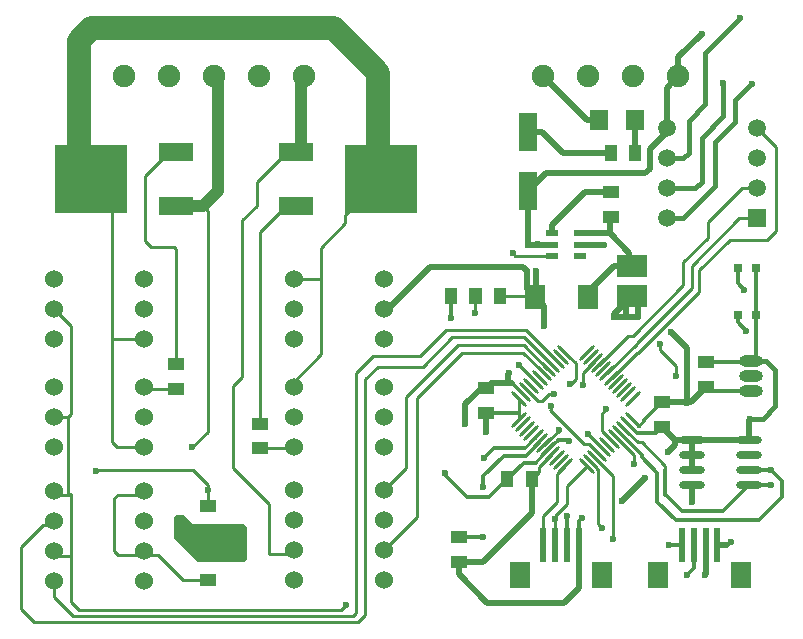
<source format=gtl>
%FSLAX25Y25*%
%MOIN*%
G70*
G01*
G75*
G04 Layer_Physical_Order=1*
G04 Layer_Color=255*
%ADD10R,0.10039X0.07677*%
%ADD11R,0.05512X0.04331*%
%ADD12R,0.07087X0.08268*%
%ADD13R,0.04331X0.02362*%
%ADD14R,0.24410X0.22835*%
%ADD15R,0.11811X0.06299*%
%ADD16R,0.04331X0.05512*%
G04:AMPARAMS|DCode=17|XSize=9.84mil|YSize=70.87mil|CornerRadius=0mil|HoleSize=0mil|Usage=FLASHONLY|Rotation=135.000|XOffset=0mil|YOffset=0mil|HoleType=Round|Shape=Round|*
%AMOVALD17*
21,1,0.06102,0.00984,0.00000,0.00000,225.0*
1,1,0.00984,0.02158,0.02158*
1,1,0.00984,-0.02158,-0.02158*
%
%ADD17OVALD17*%

G04:AMPARAMS|DCode=18|XSize=9.84mil|YSize=70.87mil|CornerRadius=0mil|HoleSize=0mil|Usage=FLASHONLY|Rotation=45.000|XOffset=0mil|YOffset=0mil|HoleType=Round|Shape=Round|*
%AMOVALD18*
21,1,0.06102,0.00984,0.00000,0.00000,135.0*
1,1,0.00984,0.02158,-0.02158*
1,1,0.00984,-0.02158,0.02158*
%
%ADD18OVALD18*%

%ADD19R,0.07087X0.09055*%
%ADD20R,0.02362X0.11811*%
%ADD21O,0.08661X0.02362*%
%ADD22R,0.02756X0.03150*%
%ADD23R,0.06000X0.07000*%
%ADD24R,0.06299X0.12598*%
%ADD25C,0.01181*%
%ADD26C,0.01969*%
%ADD27C,0.01575*%
%ADD28C,0.00984*%
%ADD29C,0.01500*%
%ADD30C,0.07874*%
%ADD31C,0.03937*%
%ADD32C,0.07480*%
%ADD33C,0.06000*%
%ADD34O,0.07874X0.03937*%
%ADD35O,0.07874X0.03937*%
%ADD36C,0.05906*%
%ADD37R,0.05906X0.05906*%
%ADD38C,0.02362*%
%ADD39C,0.05000*%
G36*
X60433Y34547D02*
X77362D01*
X78445Y33465D01*
Y23031D01*
X77264Y21850D01*
X62008D01*
X54134Y29724D01*
Y36909D01*
X54724Y37500D01*
X57480D01*
X60433Y34547D01*
D02*
G37*
D10*
X206791Y120571D02*
D03*
Y110728D02*
D03*
D11*
X199803Y145177D02*
D03*
Y136909D02*
D03*
X231299Y80216D02*
D03*
Y88484D02*
D03*
X149016Y30315D02*
D03*
Y22047D02*
D03*
X65354Y24213D02*
D03*
Y15945D02*
D03*
Y40748D02*
D03*
Y32480D02*
D03*
X54724Y79724D02*
D03*
Y87992D02*
D03*
X82677Y59842D02*
D03*
Y68110D02*
D03*
X158169Y71752D02*
D03*
Y80020D02*
D03*
X216732Y75197D02*
D03*
Y66929D02*
D03*
D12*
X192028Y110335D02*
D03*
X174311D02*
D03*
D13*
X179921Y131496D02*
D03*
Y127756D02*
D03*
Y124016D02*
D03*
X189370D02*
D03*
Y127756D02*
D03*
Y131496D02*
D03*
D14*
X26378Y149606D02*
D03*
X123228D02*
D03*
D15*
X54724Y158622D02*
D03*
Y140591D02*
D03*
X94882D02*
D03*
Y158622D02*
D03*
D16*
X162697Y110728D02*
D03*
X154429D02*
D03*
X146555D02*
D03*
X154823D02*
D03*
X173425Y49606D02*
D03*
X165157D02*
D03*
X207874Y158465D02*
D03*
X199606D02*
D03*
D17*
X169062Y69216D02*
D03*
X170454Y67824D02*
D03*
X171846Y66432D02*
D03*
X173238Y65040D02*
D03*
X174629Y63648D02*
D03*
X176021Y62256D02*
D03*
X177413Y60864D02*
D03*
X178805Y59472D02*
D03*
X180197Y58080D02*
D03*
X181589Y56688D02*
D03*
X182981Y55296D02*
D03*
X184373Y53904D02*
D03*
X206923Y76454D02*
D03*
X205531Y77846D02*
D03*
X204139Y79238D02*
D03*
X202747Y80629D02*
D03*
X201355Y82021D02*
D03*
X199963Y83413D02*
D03*
X198571Y84805D02*
D03*
X197179Y86197D02*
D03*
X195787Y87589D02*
D03*
X194395Y88981D02*
D03*
X193003Y90373D02*
D03*
X191611Y91765D02*
D03*
D18*
Y53904D02*
D03*
X193003Y55296D02*
D03*
X194395Y56688D02*
D03*
X195787Y58080D02*
D03*
X197179Y59472D02*
D03*
X198571Y60864D02*
D03*
X199963Y62256D02*
D03*
X201355Y63648D02*
D03*
X202747Y65040D02*
D03*
X204139Y66432D02*
D03*
X205531Y67824D02*
D03*
X206923Y69216D02*
D03*
X184373Y91765D02*
D03*
X182981Y90373D02*
D03*
X181589Y88981D02*
D03*
X180197Y87589D02*
D03*
X178805Y86197D02*
D03*
X177413Y84805D02*
D03*
X176021Y83413D02*
D03*
X174629Y82021D02*
D03*
X173238Y80629D02*
D03*
X171846Y79238D02*
D03*
X170454Y77846D02*
D03*
X169062Y76454D02*
D03*
D19*
X169291Y17717D02*
D03*
X196850D02*
D03*
X215551D02*
D03*
X243110D02*
D03*
D20*
X188976Y27559D02*
D03*
X185039D02*
D03*
X181102D02*
D03*
X177165D02*
D03*
X235236D02*
D03*
X231299D02*
D03*
X227362D02*
D03*
X223425D02*
D03*
D21*
X245669Y47618D02*
D03*
Y52618D02*
D03*
Y57618D02*
D03*
Y62618D02*
D03*
X226772Y47618D02*
D03*
Y52618D02*
D03*
Y57618D02*
D03*
Y62618D02*
D03*
D22*
X248130Y104331D02*
D03*
X242028D02*
D03*
X248130Y120079D02*
D03*
X242028D02*
D03*
D23*
X195772Y169291D02*
D03*
X207772D02*
D03*
D24*
X172244Y165354D02*
D03*
Y145669D02*
D03*
D25*
X185335Y62598D02*
X185728Y62205D01*
X181932Y62598D02*
X185335D01*
X149016Y30315D02*
X157087D01*
X144291Y51083D02*
Y51673D01*
Y51083D02*
X151772Y43602D01*
X159153D01*
X165157Y49606D01*
X146457Y103347D02*
X146555Y103445D01*
Y110728D01*
X246457Y89055D02*
X248130Y90728D01*
X245886Y88484D02*
X246457Y89055D01*
X248130Y90728D02*
Y104331D01*
X232461Y79055D02*
X246457D01*
X231299Y80216D02*
X232461Y79055D01*
X231299Y88484D02*
X245886D01*
X225197Y17717D02*
X227362Y19882D01*
Y27559D01*
X218996Y27657D02*
X219094Y27559D01*
X223425D01*
X238583D02*
X239764Y28740D01*
X210039Y56890D02*
Y57729D01*
Y56890D02*
X215158Y51772D01*
Y42126D02*
Y51772D01*
Y42126D02*
X221260Y36024D01*
X217963Y44242D02*
X223327Y38878D01*
X236929D01*
X210751Y69216D02*
X216732Y75197D01*
X214665Y64862D02*
X216732Y66929D01*
X209154Y64862D02*
X214665D01*
X253012Y52618D02*
X256791Y48839D01*
Y43602D02*
Y48839D01*
X249213Y36024D02*
X256791Y43602D01*
X221260Y36024D02*
X249213D01*
X236929Y38878D02*
X245669Y47618D01*
X185039Y37106D02*
X185236Y37303D01*
X185039Y27559D02*
Y37106D01*
X188976Y35531D02*
X190157Y36713D01*
X158169Y71752D02*
X169062D01*
X242028Y101969D02*
X244882Y99114D01*
X242028Y101969D02*
Y104331D01*
Y114862D02*
X244094Y112795D01*
X242028Y114862D02*
Y120079D01*
X248130Y104331D02*
X248130Y104331D01*
X248130Y104331D02*
Y120079D01*
X163976Y57382D02*
X171147D01*
X157087Y50492D02*
X163976Y57382D01*
X163681Y57087D02*
X163976Y57382D01*
X170669Y55118D02*
X174451D01*
X165157Y49606D02*
X170669Y55118D01*
X182298Y65748D02*
Y65833D01*
X157087Y46850D02*
Y50492D01*
X157480Y56595D02*
X160728Y59842D01*
X170824D01*
X173425Y49606D02*
Y51308D01*
X245669Y47618D02*
X253012D01*
X245669Y52618D02*
X253012D01*
X226772Y42126D02*
X226772Y42126D01*
X246063Y63012D02*
Y69685D01*
X245669Y62618D02*
X246063Y63012D01*
X188976Y27559D02*
Y35531D01*
X217913Y44193D02*
Y52657D01*
D26*
X226280Y75197D02*
X231299Y80216D01*
X218268Y165315D02*
Y166575D01*
X212598Y159646D02*
X218268Y165315D01*
X212598Y152953D02*
Y159646D01*
X211122Y151476D02*
X212598Y152953D01*
X178051Y151476D02*
X211122D01*
X172244Y145669D02*
X178051Y151476D01*
X216732Y66929D02*
X221043Y62618D01*
X226772D01*
X173524Y111122D02*
X174311Y110335D01*
X171752Y112894D02*
X173524Y111122D01*
X231299Y17815D02*
Y27559D01*
X235236D02*
X238583D01*
X226772Y42126D02*
Y47618D01*
Y62618D02*
X245669D01*
X218268Y166575D02*
Y179961D01*
X222165Y183858D01*
Y190142D02*
X229921Y197898D01*
X222165Y183858D02*
Y190142D01*
X172244Y127756D02*
X179921D01*
X172244Y127756D02*
Y145669D01*
X200787Y104724D02*
X204724Y108661D01*
X200787Y103543D02*
Y104724D01*
X204724Y108661D02*
X206791Y110728D01*
X204724Y103543D02*
Y108661D01*
X206791Y110728D02*
X208661Y108858D01*
Y103543D02*
Y108858D01*
X204724Y103543D02*
X208661D01*
X200787D02*
X204724D01*
X191634Y158465D02*
X199606D01*
X183661D02*
X191634D01*
X171752Y112894D02*
Y118996D01*
X174311Y110335D02*
X174803Y110827D01*
Y118996D01*
X205906Y120473D02*
Y125098D01*
X200689Y120473D02*
X205906D01*
X192028Y111811D02*
X200689Y120473D01*
X192028Y110335D02*
Y111811D01*
X179921Y131496D02*
Y134153D01*
X190945Y145177D01*
X199803D01*
X199508Y136614D02*
X199803Y136909D01*
X199508Y131496D02*
Y136614D01*
X189370Y131496D02*
X199508D01*
X205906Y125098D01*
X172244Y165354D02*
X176772D01*
X183661Y158465D01*
X207772Y158567D02*
X207874Y158465D01*
X207772Y158567D02*
Y169291D01*
X177165Y183858D02*
X191732Y169291D01*
X195772D01*
X172244Y127756D02*
X172244Y127756D01*
X194390Y127756D02*
X197343D01*
X189370Y127756D02*
X194390Y127756D01*
X149016Y17913D02*
Y22047D01*
Y17913D02*
X158563Y8366D01*
X183957D01*
X188976Y13386D01*
Y27559D01*
X226772Y52618D02*
Y57618D01*
Y62618D01*
X245669D02*
Y69291D01*
X246063Y69685D01*
X221043Y61004D02*
Y62618D01*
X218701Y58661D02*
X221043Y61004D01*
X219685Y98721D02*
X225098Y93307D01*
Y75197D02*
Y93307D01*
X216732Y75197D02*
X225098D01*
X226280D01*
X174311Y110335D02*
X177461Y107185D01*
Y100492D02*
Y107185D01*
X165453Y81693D02*
Y84646D01*
X165650Y84842D01*
X159843Y81693D02*
X165453D01*
X166606D01*
X124094Y106378D02*
X125472D01*
X139370Y120276D01*
X170472D01*
X171752Y118996D01*
X157185Y22047D02*
X173425Y38287D01*
X149016Y22047D02*
X157185D01*
X158169Y65354D02*
Y71752D01*
X173425Y38287D02*
Y43504D01*
Y49606D01*
X156595Y80020D02*
X158169D01*
X151083Y74508D02*
X156595Y80020D01*
X151083Y67913D02*
Y74508D01*
X203346Y42224D02*
X211122Y50000D01*
X211221D01*
D27*
X246063Y69685D02*
X250394D01*
X254528Y73819D01*
Y85925D01*
X251398Y89055D02*
X254528Y85925D01*
X246457Y89055D02*
X251398D01*
X241043Y175984D02*
X246358Y181299D01*
X241043Y168504D02*
Y175984D01*
X234350Y161811D02*
X241043Y168504D01*
X246358Y181299D02*
X246654D01*
X234350Y147244D02*
Y161811D01*
X223681Y136575D02*
X234350Y147244D01*
X218268Y136575D02*
X223681D01*
D28*
X109646Y6102D02*
X111319Y7776D01*
X22343Y6102D02*
X109646D01*
X19685Y8760D02*
X22343Y6102D01*
X19685Y8760D02*
Y23819D01*
X171846Y79238D02*
X175296Y75787D01*
X154429Y104921D02*
Y110728D01*
X168898Y87697D02*
X168954D01*
X174629Y82021D01*
X196752Y71457D02*
X198228Y72933D01*
X196752Y65467D02*
Y71457D01*
Y65467D02*
X199963Y62256D01*
X186909Y81791D02*
X187992Y82874D01*
Y88146D01*
X184373Y91765D02*
X187992Y88146D01*
X190354Y81398D02*
Y84940D01*
X194395Y88981D01*
X170838Y96949D02*
X180197Y87589D01*
X146850Y96949D02*
X170838D01*
X137008Y87106D02*
X146850Y96949D01*
X122146Y87106D02*
X137008D01*
X117913Y82874D02*
X122146Y87106D01*
X117913Y4232D02*
Y82874D01*
X171259Y99311D02*
X181589Y88981D01*
X144882Y99311D02*
X171259D01*
X136122Y90551D02*
X144882Y99311D01*
X120571Y90551D02*
X136122D01*
X114862Y84842D02*
X120571Y90551D01*
X114862Y5118D02*
Y84842D01*
X103150Y91142D02*
Y126772D01*
X94095Y82087D02*
X103150Y91142D01*
X94095Y80378D02*
Y82087D01*
X115551Y1870D02*
X117913Y4232D01*
X113779Y4035D02*
X114862Y5118D01*
X148917Y94291D02*
X170590D01*
X131496Y76870D02*
X148917Y94291D01*
X131496Y53268D02*
Y76870D01*
X150098Y91732D02*
X170486D01*
X135039Y76673D02*
X150098Y91732D01*
X135039Y36811D02*
Y76673D01*
X170590Y94291D02*
X178454Y86427D01*
X170486Y91732D02*
X177413Y84805D01*
X124094Y25866D02*
X135039Y36811D01*
X124094Y45866D02*
X131496Y53268D01*
X162697Y110728D02*
X173130D01*
X166606Y81693D02*
X170454Y77846D01*
X158169Y80020D02*
X159843Y81693D01*
X190650Y61417D02*
X192450D01*
X195787Y58080D01*
X192028Y64623D02*
Y64764D01*
Y64623D02*
X197179Y59472D01*
X207382Y55020D02*
Y57621D01*
X201355Y63648D02*
X207382Y57621D01*
X248268Y166575D02*
X254626Y160216D01*
Y132185D02*
Y160216D01*
X251870Y129429D02*
X254626Y132185D01*
X239272Y129429D02*
X251870D01*
X229134Y119291D02*
X239272Y129429D01*
X199963Y83413D02*
X208282Y91732D01*
X242480Y136575D02*
X248268D01*
X226673Y120768D02*
X242480Y136575D01*
X198571Y84805D02*
X208254Y94488D01*
X243524Y146575D02*
X248268D01*
X232087Y135138D02*
X243524Y146575D01*
X232087Y130118D02*
Y135138D01*
X223917Y121949D02*
X232087Y130118D01*
X195787Y87589D02*
X205442Y97244D01*
X20374Y4035D02*
X113779D01*
X14095Y10315D02*
X20374Y4035D01*
X14095Y10315D02*
Y14378D01*
X7283Y1870D02*
X115551D01*
X2953Y6201D02*
X7283Y1870D01*
X2953Y6201D02*
Y27067D01*
X10264Y34378D01*
X14095D01*
X195582Y34536D02*
X196752Y33366D01*
X200295Y29528D02*
Y50788D01*
X194395Y56688D02*
X200295Y50788D01*
X181102Y36220D02*
Y37402D01*
Y27559D02*
Y36220D01*
X169062Y71752D02*
Y76454D01*
Y69216D02*
Y71752D01*
X185039Y47332D02*
X191611Y53904D01*
X185039Y41339D02*
Y47332D01*
X181102Y37402D02*
X185039Y41339D01*
X177165Y27559D02*
Y37402D01*
X181890Y42126D01*
Y51421D01*
X184373Y53904D01*
X167028Y124803D02*
X167815Y124016D01*
X179921D01*
X19685Y71165D02*
Y100787D01*
Y23819D02*
Y44488D01*
X14095Y44378D02*
X19575D01*
X14095Y24378D02*
X14653Y23819D01*
X19685D01*
X14095Y106378D02*
X19685Y100787D01*
X111221Y134843D02*
Y137598D01*
X103150Y126772D02*
X111221Y134843D01*
Y137598D02*
X123228Y149606D01*
X94095Y116378D02*
X103150D01*
X26378Y149606D02*
X33465Y142520D01*
Y62008D02*
X35094Y60378D01*
X44094D01*
X33543Y96378D02*
X44094D01*
X33465Y96457D02*
X33543Y96378D01*
X33465Y62008D02*
Y96457D01*
Y142520D01*
X52323Y158622D02*
X54724D01*
X44291Y150591D02*
X52323Y158622D01*
X44291Y128937D02*
Y150591D01*
Y128937D02*
X46260Y126969D01*
X54134D01*
X44945Y79527D02*
X56102D01*
X44094Y80378D02*
X44945Y79527D01*
X82677Y59842D02*
X93559D01*
X94095Y60378D01*
X82677Y68110D02*
Y131890D01*
X91378Y140591D01*
X94882D01*
X91693Y158622D02*
X94882D01*
X81693Y148622D02*
X91693Y158622D01*
X81693Y140748D02*
Y148622D01*
X76772Y135827D02*
X81693Y140748D01*
X76772Y83661D02*
Y135827D01*
X85630Y24606D02*
Y41339D01*
Y24606D02*
X93866D01*
X94095Y24378D01*
X35323Y44378D02*
X44094D01*
X73622Y53347D02*
X85630Y41339D01*
X73622Y53347D02*
Y80512D01*
X76772Y83661D01*
X65354Y40748D02*
Y46063D01*
Y47638D01*
Y24213D02*
Y32480D01*
X54724Y89173D02*
X56102Y87795D01*
X54724Y89173D02*
Y126378D01*
X54134Y126969D02*
X54724Y126378D01*
X60236Y60236D02*
X65354Y65354D01*
Y139055D01*
X63819Y140591D02*
X65354Y139055D01*
X34252Y25591D02*
X35465Y24378D01*
X34252Y25591D02*
Y43307D01*
X35323Y44378D01*
X205442Y97244D02*
X206988D01*
X223917Y114173D01*
Y121949D01*
X208254Y94488D02*
Y94868D01*
X226673Y113287D01*
Y120768D01*
X208282Y91732D02*
X208760D01*
X229134Y112106D01*
Y119291D01*
X216142Y92716D02*
Y94784D01*
Y92716D02*
X221457Y87402D01*
Y83957D02*
Y87402D01*
X173130Y110728D02*
X173524Y111122D01*
X179331Y72736D02*
X190650Y61417D01*
X175296Y75787D02*
X176870D01*
X178937Y77854D01*
X180610D01*
X179331Y72736D02*
X179626Y73032D01*
Y74016D01*
X18898Y45055D02*
X19575Y44378D01*
X18898Y45055D02*
Y70378D01*
X14095D02*
X18898D01*
X19685Y71165D01*
X28150Y52165D02*
X28543Y52559D01*
X60433D01*
X65354Y47638D01*
X35465Y24378D02*
X48752D01*
X57185Y15945D01*
X65354D01*
X193003Y55296D02*
X193031D01*
X195582Y52745D01*
Y34536D02*
Y52745D01*
X202747Y65040D02*
X210039Y57747D01*
Y57729D02*
Y57747D01*
X204139Y66432D02*
X208759Y61811D01*
X210039D01*
X217913Y53937D01*
Y52657D02*
Y53937D01*
X205531Y67824D02*
X208492Y64862D01*
X209154D01*
X206923Y69216D02*
X208717Y67421D01*
X208957D01*
X210751Y69216D01*
X177413Y60864D02*
X182298Y65748D01*
X178805Y59472D02*
X181932Y62598D01*
X170824Y59842D02*
X174629Y63648D01*
X171147Y57382D02*
X176021Y62256D01*
X174451Y55118D02*
X178805Y59472D01*
X175886Y53769D02*
X180197Y58080D01*
X175886Y52067D02*
Y53769D01*
X173425Y49606D02*
X175886Y52067D01*
D29*
X218268Y156575D02*
X223799D01*
X225590Y158366D01*
Y169095D01*
X231004Y174508D01*
Y191634D01*
X242618Y203248D01*
X218268Y146575D02*
X227776D01*
X229921Y148721D01*
Y163386D01*
X237008Y170472D01*
Y181595D01*
D30*
X107283Y199803D02*
X122047Y185039D01*
X26575Y199803D02*
X107283D01*
X22441Y195669D02*
X26575Y199803D01*
X122047Y175197D02*
Y185039D01*
X22441Y153543D02*
X26378Y149606D01*
X22441Y153543D02*
Y183858D01*
Y195669D01*
X122047Y150787D02*
X123228Y149606D01*
X122047Y150787D02*
Y167323D01*
Y175197D01*
D31*
X54724Y140591D02*
X63819D01*
X68898Y145669D01*
Y182402D01*
X94882Y158622D02*
X96457Y160197D01*
Y182874D01*
X97441Y183858D01*
D32*
D03*
X82441D02*
D03*
X67441D02*
D03*
X52441D02*
D03*
X37441D02*
D03*
X22441D02*
D03*
X222165Y183858D02*
D03*
X207165D02*
D03*
X192165D02*
D03*
X177165D02*
D03*
D33*
X44094Y15748D02*
D03*
Y25748D02*
D03*
Y35748D02*
D03*
Y45748D02*
D03*
X14095D02*
D03*
Y35748D02*
D03*
Y25748D02*
D03*
Y15748D02*
D03*
X44094Y80378D02*
D03*
Y70378D02*
D03*
Y60378D02*
D03*
X14095D02*
D03*
Y70378D02*
D03*
Y80378D02*
D03*
X44094Y116378D02*
D03*
Y106378D02*
D03*
Y96378D02*
D03*
X14095D02*
D03*
Y106378D02*
D03*
Y116378D02*
D03*
X94095Y96378D02*
D03*
Y106378D02*
D03*
Y116378D02*
D03*
X124094D02*
D03*
Y106378D02*
D03*
Y96378D02*
D03*
X94095Y60378D02*
D03*
Y70378D02*
D03*
Y80378D02*
D03*
X124094D02*
D03*
Y70378D02*
D03*
Y60378D02*
D03*
X94095Y45866D02*
D03*
Y35866D02*
D03*
Y25866D02*
D03*
Y15866D02*
D03*
X124094D02*
D03*
Y25866D02*
D03*
Y35866D02*
D03*
Y45866D02*
D03*
D34*
X246457Y79055D02*
D03*
Y84055D02*
D03*
D35*
Y89055D02*
D03*
D36*
X218268Y166575D02*
D03*
Y156575D02*
D03*
Y146575D02*
D03*
Y136575D02*
D03*
X248268Y166575D02*
D03*
Y156575D02*
D03*
Y146575D02*
D03*
D37*
Y136575D02*
D03*
D38*
X185728Y62205D02*
D03*
X111319Y7776D02*
D03*
X157087Y30315D02*
D03*
X180610Y77854D02*
D03*
X154429Y104823D02*
D03*
X168954Y87697D02*
D03*
X198228Y72933D02*
D03*
X190551Y80807D02*
D03*
X186122Y81299D02*
D03*
X144291Y51673D02*
D03*
X146555Y103445D02*
D03*
X207480Y54724D02*
D03*
X192028Y64623D02*
D03*
X28150Y52165D02*
D03*
X196752Y33366D02*
D03*
X200295Y29528D02*
D03*
X218996Y27657D02*
D03*
X225197Y17717D02*
D03*
X231201Y17520D02*
D03*
X239764Y28740D02*
D03*
X185236Y37303D02*
D03*
X190157Y36713D02*
D03*
X181102Y36220D02*
D03*
X244882Y99114D02*
D03*
X244094Y112795D02*
D03*
X182298Y65833D02*
D03*
X157087Y46850D02*
D03*
X157480Y56595D02*
D03*
X253012Y47618D02*
D03*
Y52618D02*
D03*
X226772Y42126D02*
D03*
X246063Y69685D02*
D03*
X229921Y197898D02*
D03*
X208661Y103543D02*
D03*
X204724D02*
D03*
X200787D02*
D03*
X167028Y124803D02*
D03*
X191634Y158465D02*
D03*
X171752Y118996D02*
D03*
X174803D02*
D03*
X193504Y145177D02*
D03*
X175492Y127854D02*
D03*
X172244Y127756D02*
D03*
X197343D02*
D03*
X194390D02*
D03*
X242618Y203248D02*
D03*
X246654Y181299D02*
D03*
X237008Y181595D02*
D03*
X65354Y46063D02*
D03*
X60236Y60236D02*
D03*
X225098Y75098D02*
D03*
X218701Y58661D02*
D03*
X216142Y94784D02*
D03*
X221457Y83957D02*
D03*
X219685Y98721D02*
D03*
X177461Y100492D02*
D03*
X165650Y84842D02*
D03*
X158169Y65354D02*
D03*
X173425Y43504D02*
D03*
X151083Y67913D02*
D03*
X179626Y74016D02*
D03*
X203346Y42224D02*
D03*
X211221Y50000D02*
D03*
D39*
X122047Y167323D02*
D03*
Y175197D02*
D03*
M02*

</source>
